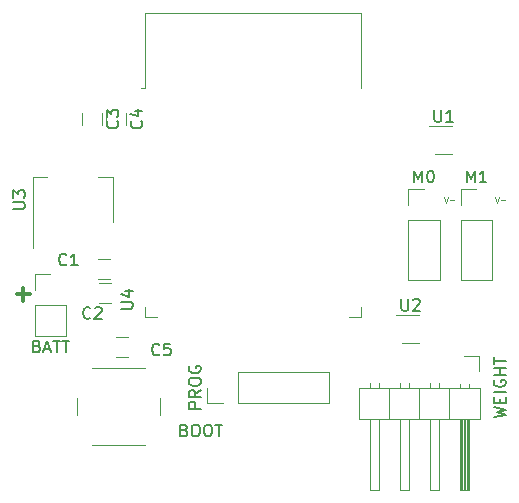
<source format=gbr>
%TF.GenerationSoftware,KiCad,Pcbnew,(5.0.1)-3*%
%TF.CreationDate,2019-10-12T21:06:36-05:00*%
%TF.ProjectId,pet_feeder,7065745F6665656465722E6B69636164,rev?*%
%TF.SameCoordinates,Original*%
%TF.FileFunction,Legend,Top*%
%TF.FilePolarity,Positive*%
%FSLAX46Y46*%
G04 Gerber Fmt 4.6, Leading zero omitted, Abs format (unit mm)*
G04 Created by KiCad (PCBNEW (5.0.1)-3) date 10/12/2019 9:06:36 PM*
%MOMM*%
%LPD*%
G01*
G04 APERTURE LIST*
%ADD10C,0.300000*%
%ADD11C,0.125000*%
%ADD12C,0.120000*%
%ADD13C,0.150000*%
G04 APERTURE END LIST*
D10*
X124142571Y-87991142D02*
X125285428Y-87991142D01*
X124714000Y-88562571D02*
X124714000Y-87419714D01*
D11*
X160305809Y-79736190D02*
X160472476Y-80236190D01*
X160639142Y-79736190D01*
X160805809Y-80045714D02*
X161186761Y-80045714D01*
X164623809Y-79736190D02*
X164790476Y-80236190D01*
X164957142Y-79736190D01*
X165123809Y-80045714D02*
X165504761Y-80045714D01*
D12*
X132072000Y-85002000D02*
X131072000Y-85002000D01*
X131072000Y-86702000D02*
X132072000Y-86702000D01*
X131092000Y-88734000D02*
X132092000Y-88734000D01*
X132092000Y-87034000D02*
X131092000Y-87034000D01*
X133596000Y-91606000D02*
X132596000Y-91606000D01*
X132596000Y-93306000D02*
X133596000Y-93306000D01*
X133438000Y-73652000D02*
X133438000Y-72652000D01*
X131738000Y-72652000D02*
X131738000Y-73652000D01*
X131406000Y-73652000D02*
X131406000Y-72652000D01*
X129706000Y-72652000D02*
X129706000Y-73652000D01*
X125670000Y-91500000D02*
X128330000Y-91500000D01*
X125670000Y-88900000D02*
X125670000Y-91500000D01*
X128330000Y-88900000D02*
X128330000Y-91500000D01*
X125670000Y-88900000D02*
X128330000Y-88900000D01*
X125670000Y-87630000D02*
X125670000Y-86300000D01*
X125670000Y-86300000D02*
X127000000Y-86300000D01*
X161738000Y-86801000D02*
X164398000Y-86801000D01*
X161738000Y-81661000D02*
X161738000Y-86801000D01*
X164398000Y-81661000D02*
X164398000Y-86801000D01*
X161738000Y-81661000D02*
X164398000Y-81661000D01*
X161738000Y-80391000D02*
X161738000Y-79061000D01*
X161738000Y-79061000D02*
X163068000Y-79061000D01*
X150555000Y-97215000D02*
X150555000Y-94555000D01*
X142875000Y-97215000D02*
X150555000Y-97215000D01*
X142875000Y-94555000D02*
X150555000Y-94555000D01*
X142875000Y-97215000D02*
X142875000Y-94555000D01*
X141605000Y-97215000D02*
X140275000Y-97215000D01*
X140275000Y-97215000D02*
X140275000Y-95885000D01*
X163382000Y-95928000D02*
X153102000Y-95928000D01*
X153102000Y-95928000D02*
X153102000Y-98588000D01*
X153102000Y-98588000D02*
X163382000Y-98588000D01*
X163382000Y-98588000D02*
X163382000Y-95928000D01*
X162432000Y-98588000D02*
X162432000Y-104588000D01*
X162432000Y-104588000D02*
X161672000Y-104588000D01*
X161672000Y-104588000D02*
X161672000Y-98588000D01*
X162372000Y-98588000D02*
X162372000Y-104588000D01*
X162252000Y-98588000D02*
X162252000Y-104588000D01*
X162132000Y-98588000D02*
X162132000Y-104588000D01*
X162012000Y-98588000D02*
X162012000Y-104588000D01*
X161892000Y-98588000D02*
X161892000Y-104588000D01*
X161772000Y-98588000D02*
X161772000Y-104588000D01*
X162432000Y-95598000D02*
X162432000Y-95928000D01*
X161672000Y-95598000D02*
X161672000Y-95928000D01*
X160782000Y-95928000D02*
X160782000Y-98588000D01*
X159892000Y-98588000D02*
X159892000Y-104588000D01*
X159892000Y-104588000D02*
X159132000Y-104588000D01*
X159132000Y-104588000D02*
X159132000Y-98588000D01*
X159892000Y-95530929D02*
X159892000Y-95928000D01*
X159132000Y-95530929D02*
X159132000Y-95928000D01*
X158242000Y-95928000D02*
X158242000Y-98588000D01*
X157352000Y-98588000D02*
X157352000Y-104588000D01*
X157352000Y-104588000D02*
X156592000Y-104588000D01*
X156592000Y-104588000D02*
X156592000Y-98588000D01*
X157352000Y-95530929D02*
X157352000Y-95928000D01*
X156592000Y-95530929D02*
X156592000Y-95928000D01*
X155702000Y-95928000D02*
X155702000Y-98588000D01*
X154812000Y-98588000D02*
X154812000Y-104588000D01*
X154812000Y-104588000D02*
X154052000Y-104588000D01*
X154052000Y-104588000D02*
X154052000Y-98588000D01*
X154812000Y-95530929D02*
X154812000Y-95928000D01*
X154052000Y-95530929D02*
X154052000Y-95928000D01*
X162052000Y-93218000D02*
X163322000Y-93218000D01*
X163322000Y-93218000D02*
X163322000Y-94488000D01*
X157293000Y-79061000D02*
X158623000Y-79061000D01*
X157293000Y-80391000D02*
X157293000Y-79061000D01*
X157293000Y-81661000D02*
X159953000Y-81661000D01*
X159953000Y-81661000D02*
X159953000Y-86801000D01*
X157293000Y-81661000D02*
X157293000Y-86801000D01*
X157293000Y-86801000D02*
X159953000Y-86801000D01*
X130540000Y-100750000D02*
X135040000Y-100750000D01*
X129290000Y-96750000D02*
X129290000Y-98250000D01*
X135040000Y-94250000D02*
X130540000Y-94250000D01*
X136290000Y-98250000D02*
X136290000Y-96750000D01*
X160974000Y-73770000D02*
X159074000Y-73770000D01*
X159574000Y-76090000D02*
X160974000Y-76090000D01*
X156780000Y-92092000D02*
X158180000Y-92092000D01*
X158180000Y-89772000D02*
X156280000Y-89772000D01*
X132315000Y-78100000D02*
X131055000Y-78100000D01*
X125495000Y-78100000D02*
X126755000Y-78100000D01*
X132315000Y-81860000D02*
X132315000Y-78100000D01*
X125495000Y-84110000D02*
X125495000Y-78100000D01*
X135025000Y-89110000D02*
X135025000Y-89890000D01*
X135025000Y-89890000D02*
X136025000Y-89890000D01*
X153265000Y-89110000D02*
X153265000Y-89890000D01*
X153265000Y-89890000D02*
X152265000Y-89890000D01*
X135025000Y-64145000D02*
X153265000Y-64145000D01*
X153265000Y-64145000D02*
X153265000Y-70565000D01*
X135025000Y-64145000D02*
X135025000Y-70565000D01*
X135025000Y-70565000D02*
X134645000Y-70565000D01*
D13*
X128357333Y-85447142D02*
X128309714Y-85494761D01*
X128166857Y-85542380D01*
X128071619Y-85542380D01*
X127928761Y-85494761D01*
X127833523Y-85399523D01*
X127785904Y-85304285D01*
X127738285Y-85113809D01*
X127738285Y-84970952D01*
X127785904Y-84780476D01*
X127833523Y-84685238D01*
X127928761Y-84590000D01*
X128071619Y-84542380D01*
X128166857Y-84542380D01*
X128309714Y-84590000D01*
X128357333Y-84637619D01*
X129309714Y-85542380D02*
X128738285Y-85542380D01*
X129024000Y-85542380D02*
X129024000Y-84542380D01*
X128928761Y-84685238D01*
X128833523Y-84780476D01*
X128738285Y-84828095D01*
X130389333Y-89991142D02*
X130341714Y-90038761D01*
X130198857Y-90086380D01*
X130103619Y-90086380D01*
X129960761Y-90038761D01*
X129865523Y-89943523D01*
X129817904Y-89848285D01*
X129770285Y-89657809D01*
X129770285Y-89514952D01*
X129817904Y-89324476D01*
X129865523Y-89229238D01*
X129960761Y-89134000D01*
X130103619Y-89086380D01*
X130198857Y-89086380D01*
X130341714Y-89134000D01*
X130389333Y-89181619D01*
X130770285Y-89181619D02*
X130817904Y-89134000D01*
X130913142Y-89086380D01*
X131151238Y-89086380D01*
X131246476Y-89134000D01*
X131294095Y-89181619D01*
X131341714Y-89276857D01*
X131341714Y-89372095D01*
X131294095Y-89514952D01*
X130722666Y-90086380D01*
X131341714Y-90086380D01*
X136231333Y-93067142D02*
X136183714Y-93114761D01*
X136040857Y-93162380D01*
X135945619Y-93162380D01*
X135802761Y-93114761D01*
X135707523Y-93019523D01*
X135659904Y-92924285D01*
X135612285Y-92733809D01*
X135612285Y-92590952D01*
X135659904Y-92400476D01*
X135707523Y-92305238D01*
X135802761Y-92210000D01*
X135945619Y-92162380D01*
X136040857Y-92162380D01*
X136183714Y-92210000D01*
X136231333Y-92257619D01*
X137136095Y-92162380D02*
X136659904Y-92162380D01*
X136612285Y-92638571D01*
X136659904Y-92590952D01*
X136755142Y-92543333D01*
X136993238Y-92543333D01*
X137088476Y-92590952D01*
X137136095Y-92638571D01*
X137183714Y-92733809D01*
X137183714Y-92971904D01*
X137136095Y-93067142D01*
X137088476Y-93114761D01*
X136993238Y-93162380D01*
X136755142Y-93162380D01*
X136659904Y-93114761D01*
X136612285Y-93067142D01*
X134695142Y-73318666D02*
X134742761Y-73366285D01*
X134790380Y-73509142D01*
X134790380Y-73604380D01*
X134742761Y-73747238D01*
X134647523Y-73842476D01*
X134552285Y-73890095D01*
X134361809Y-73937714D01*
X134218952Y-73937714D01*
X134028476Y-73890095D01*
X133933238Y-73842476D01*
X133838000Y-73747238D01*
X133790380Y-73604380D01*
X133790380Y-73509142D01*
X133838000Y-73366285D01*
X133885619Y-73318666D01*
X134123714Y-72461523D02*
X134790380Y-72461523D01*
X133742761Y-72699619D02*
X134457047Y-72937714D01*
X134457047Y-72318666D01*
X132663142Y-73318666D02*
X132710761Y-73366285D01*
X132758380Y-73509142D01*
X132758380Y-73604380D01*
X132710761Y-73747238D01*
X132615523Y-73842476D01*
X132520285Y-73890095D01*
X132329809Y-73937714D01*
X132186952Y-73937714D01*
X131996476Y-73890095D01*
X131901238Y-73842476D01*
X131806000Y-73747238D01*
X131758380Y-73604380D01*
X131758380Y-73509142D01*
X131806000Y-73366285D01*
X131853619Y-73318666D01*
X131758380Y-72985333D02*
X131758380Y-72366285D01*
X132139333Y-72699619D01*
X132139333Y-72556761D01*
X132186952Y-72461523D01*
X132234571Y-72413904D01*
X132329809Y-72366285D01*
X132567904Y-72366285D01*
X132663142Y-72413904D01*
X132710761Y-72461523D01*
X132758380Y-72556761D01*
X132758380Y-72842476D01*
X132710761Y-72937714D01*
X132663142Y-72985333D01*
X125880952Y-92384571D02*
X126023809Y-92432190D01*
X126071428Y-92479809D01*
X126119047Y-92575047D01*
X126119047Y-92717904D01*
X126071428Y-92813142D01*
X126023809Y-92860761D01*
X125928571Y-92908380D01*
X125547619Y-92908380D01*
X125547619Y-91908380D01*
X125880952Y-91908380D01*
X125976190Y-91956000D01*
X126023809Y-92003619D01*
X126071428Y-92098857D01*
X126071428Y-92194095D01*
X126023809Y-92289333D01*
X125976190Y-92336952D01*
X125880952Y-92384571D01*
X125547619Y-92384571D01*
X126500000Y-92622666D02*
X126976190Y-92622666D01*
X126404761Y-92908380D02*
X126738095Y-91908380D01*
X127071428Y-92908380D01*
X127261904Y-91908380D02*
X127833333Y-91908380D01*
X127547619Y-92908380D02*
X127547619Y-91908380D01*
X128023809Y-91908380D02*
X128595238Y-91908380D01*
X128309523Y-92908380D02*
X128309523Y-91908380D01*
X162258476Y-78513380D02*
X162258476Y-77513380D01*
X162591809Y-78227666D01*
X162925142Y-77513380D01*
X162925142Y-78513380D01*
X163925142Y-78513380D02*
X163353714Y-78513380D01*
X163639428Y-78513380D02*
X163639428Y-77513380D01*
X163544190Y-77656238D01*
X163448952Y-77751476D01*
X163353714Y-77799095D01*
X139727380Y-97670714D02*
X138727380Y-97670714D01*
X138727380Y-97289761D01*
X138775000Y-97194523D01*
X138822619Y-97146904D01*
X138917857Y-97099285D01*
X139060714Y-97099285D01*
X139155952Y-97146904D01*
X139203571Y-97194523D01*
X139251190Y-97289761D01*
X139251190Y-97670714D01*
X139727380Y-96099285D02*
X139251190Y-96432619D01*
X139727380Y-96670714D02*
X138727380Y-96670714D01*
X138727380Y-96289761D01*
X138775000Y-96194523D01*
X138822619Y-96146904D01*
X138917857Y-96099285D01*
X139060714Y-96099285D01*
X139155952Y-96146904D01*
X139203571Y-96194523D01*
X139251190Y-96289761D01*
X139251190Y-96670714D01*
X138727380Y-95480238D02*
X138727380Y-95289761D01*
X138775000Y-95194523D01*
X138870238Y-95099285D01*
X139060714Y-95051666D01*
X139394047Y-95051666D01*
X139584523Y-95099285D01*
X139679761Y-95194523D01*
X139727380Y-95289761D01*
X139727380Y-95480238D01*
X139679761Y-95575476D01*
X139584523Y-95670714D01*
X139394047Y-95718333D01*
X139060714Y-95718333D01*
X138870238Y-95670714D01*
X138775000Y-95575476D01*
X138727380Y-95480238D01*
X138775000Y-94099285D02*
X138727380Y-94194523D01*
X138727380Y-94337380D01*
X138775000Y-94480238D01*
X138870238Y-94575476D01*
X138965476Y-94623095D01*
X139155952Y-94670714D01*
X139298809Y-94670714D01*
X139489285Y-94623095D01*
X139584523Y-94575476D01*
X139679761Y-94480238D01*
X139727380Y-94337380D01*
X139727380Y-94242142D01*
X139679761Y-94099285D01*
X139632142Y-94051666D01*
X139298809Y-94051666D01*
X139298809Y-94242142D01*
X164552380Y-98408809D02*
X165552380Y-98170714D01*
X164838095Y-97980238D01*
X165552380Y-97789761D01*
X164552380Y-97551666D01*
X165028571Y-97170714D02*
X165028571Y-96837380D01*
X165552380Y-96694523D02*
X165552380Y-97170714D01*
X164552380Y-97170714D01*
X164552380Y-96694523D01*
X165552380Y-96265952D02*
X164552380Y-96265952D01*
X164600000Y-95265952D02*
X164552380Y-95361190D01*
X164552380Y-95504047D01*
X164600000Y-95646904D01*
X164695238Y-95742142D01*
X164790476Y-95789761D01*
X164980952Y-95837380D01*
X165123809Y-95837380D01*
X165314285Y-95789761D01*
X165409523Y-95742142D01*
X165504761Y-95646904D01*
X165552380Y-95504047D01*
X165552380Y-95408809D01*
X165504761Y-95265952D01*
X165457142Y-95218333D01*
X165123809Y-95218333D01*
X165123809Y-95408809D01*
X165552380Y-94789761D02*
X164552380Y-94789761D01*
X165028571Y-94789761D02*
X165028571Y-94218333D01*
X165552380Y-94218333D02*
X164552380Y-94218333D01*
X164552380Y-93885000D02*
X164552380Y-93313571D01*
X165552380Y-93599285D02*
X164552380Y-93599285D01*
X157813476Y-78513380D02*
X157813476Y-77513380D01*
X158146809Y-78227666D01*
X158480142Y-77513380D01*
X158480142Y-78513380D01*
X159146809Y-77513380D02*
X159242047Y-77513380D01*
X159337285Y-77561000D01*
X159384904Y-77608619D01*
X159432523Y-77703857D01*
X159480142Y-77894333D01*
X159480142Y-78132428D01*
X159432523Y-78322904D01*
X159384904Y-78418142D01*
X159337285Y-78465761D01*
X159242047Y-78513380D01*
X159146809Y-78513380D01*
X159051571Y-78465761D01*
X159003952Y-78418142D01*
X158956333Y-78322904D01*
X158908714Y-78132428D01*
X158908714Y-77894333D01*
X158956333Y-77703857D01*
X159003952Y-77608619D01*
X159051571Y-77561000D01*
X159146809Y-77513380D01*
X138342857Y-99496571D02*
X138485714Y-99544190D01*
X138533333Y-99591809D01*
X138580952Y-99687047D01*
X138580952Y-99829904D01*
X138533333Y-99925142D01*
X138485714Y-99972761D01*
X138390476Y-100020380D01*
X138009523Y-100020380D01*
X138009523Y-99020380D01*
X138342857Y-99020380D01*
X138438095Y-99068000D01*
X138485714Y-99115619D01*
X138533333Y-99210857D01*
X138533333Y-99306095D01*
X138485714Y-99401333D01*
X138438095Y-99448952D01*
X138342857Y-99496571D01*
X138009523Y-99496571D01*
X139200000Y-99020380D02*
X139390476Y-99020380D01*
X139485714Y-99068000D01*
X139580952Y-99163238D01*
X139628571Y-99353714D01*
X139628571Y-99687047D01*
X139580952Y-99877523D01*
X139485714Y-99972761D01*
X139390476Y-100020380D01*
X139200000Y-100020380D01*
X139104761Y-99972761D01*
X139009523Y-99877523D01*
X138961904Y-99687047D01*
X138961904Y-99353714D01*
X139009523Y-99163238D01*
X139104761Y-99068000D01*
X139200000Y-99020380D01*
X140247619Y-99020380D02*
X140438095Y-99020380D01*
X140533333Y-99068000D01*
X140628571Y-99163238D01*
X140676190Y-99353714D01*
X140676190Y-99687047D01*
X140628571Y-99877523D01*
X140533333Y-99972761D01*
X140438095Y-100020380D01*
X140247619Y-100020380D01*
X140152380Y-99972761D01*
X140057142Y-99877523D01*
X140009523Y-99687047D01*
X140009523Y-99353714D01*
X140057142Y-99163238D01*
X140152380Y-99068000D01*
X140247619Y-99020380D01*
X140961904Y-99020380D02*
X141533333Y-99020380D01*
X141247619Y-100020380D02*
X141247619Y-99020380D01*
X159512095Y-72382380D02*
X159512095Y-73191904D01*
X159559714Y-73287142D01*
X159607333Y-73334761D01*
X159702571Y-73382380D01*
X159893047Y-73382380D01*
X159988285Y-73334761D01*
X160035904Y-73287142D01*
X160083523Y-73191904D01*
X160083523Y-72382380D01*
X161083523Y-73382380D02*
X160512095Y-73382380D01*
X160797809Y-73382380D02*
X160797809Y-72382380D01*
X160702571Y-72525238D01*
X160607333Y-72620476D01*
X160512095Y-72668095D01*
X156718095Y-88384380D02*
X156718095Y-89193904D01*
X156765714Y-89289142D01*
X156813333Y-89336761D01*
X156908571Y-89384380D01*
X157099047Y-89384380D01*
X157194285Y-89336761D01*
X157241904Y-89289142D01*
X157289523Y-89193904D01*
X157289523Y-88384380D01*
X157718095Y-88479619D02*
X157765714Y-88432000D01*
X157860952Y-88384380D01*
X158099047Y-88384380D01*
X158194285Y-88432000D01*
X158241904Y-88479619D01*
X158289523Y-88574857D01*
X158289523Y-88670095D01*
X158241904Y-88812952D01*
X157670476Y-89384380D01*
X158289523Y-89384380D01*
X123857380Y-80771904D02*
X124666904Y-80771904D01*
X124762142Y-80724285D01*
X124809761Y-80676666D01*
X124857380Y-80581428D01*
X124857380Y-80390952D01*
X124809761Y-80295714D01*
X124762142Y-80248095D01*
X124666904Y-80200476D01*
X123857380Y-80200476D01*
X123857380Y-79819523D02*
X123857380Y-79200476D01*
X124238333Y-79533809D01*
X124238333Y-79390952D01*
X124285952Y-79295714D01*
X124333571Y-79248095D01*
X124428809Y-79200476D01*
X124666904Y-79200476D01*
X124762142Y-79248095D01*
X124809761Y-79295714D01*
X124857380Y-79390952D01*
X124857380Y-79676666D01*
X124809761Y-79771904D01*
X124762142Y-79819523D01*
X132987380Y-89201904D02*
X133796904Y-89201904D01*
X133892142Y-89154285D01*
X133939761Y-89106666D01*
X133987380Y-89011428D01*
X133987380Y-88820952D01*
X133939761Y-88725714D01*
X133892142Y-88678095D01*
X133796904Y-88630476D01*
X132987380Y-88630476D01*
X133320714Y-87725714D02*
X133987380Y-87725714D01*
X132939761Y-87963809D02*
X133654047Y-88201904D01*
X133654047Y-87582857D01*
M02*

</source>
